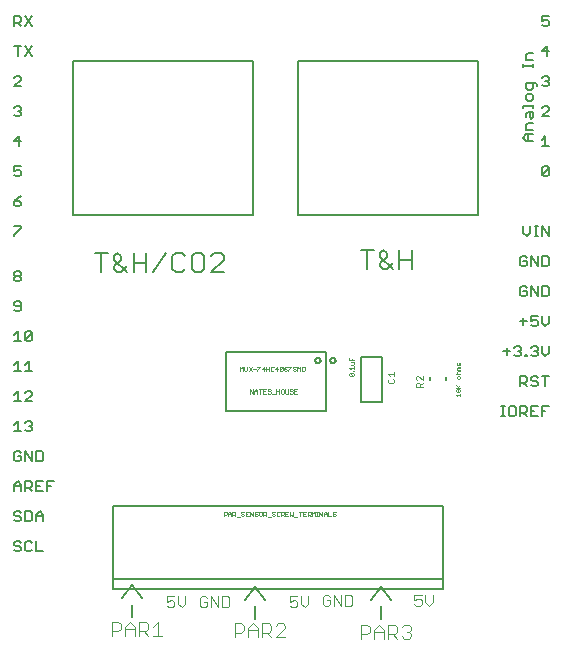
<source format=gto>
G75*
%MOIN*%
%OFA0B0*%
%FSLAX25Y25*%
%IPPOS*%
%LPD*%
%AMOC8*
5,1,8,0,0,1.08239X$1,22.5*
%
%ADD10C,0.00600*%
%ADD11C,0.00400*%
%ADD12C,0.00300*%
%ADD13C,0.00800*%
%ADD14C,0.00200*%
%ADD15C,0.00100*%
D10*
X0062545Y0085269D02*
X0065747Y0089539D01*
X0068950Y0085269D01*
X0065747Y0083094D02*
X0065747Y0078824D01*
X0036185Y0100824D02*
X0033916Y0100824D01*
X0033916Y0104227D01*
X0032502Y0103659D02*
X0031935Y0104227D01*
X0030800Y0104227D01*
X0030233Y0103659D01*
X0030233Y0101391D01*
X0030800Y0100824D01*
X0031935Y0100824D01*
X0032502Y0101391D01*
X0028819Y0101391D02*
X0028819Y0101958D01*
X0028251Y0102525D01*
X0027117Y0102525D01*
X0026550Y0103092D01*
X0026550Y0103659D01*
X0027117Y0104227D01*
X0028251Y0104227D01*
X0028819Y0103659D01*
X0028819Y0101391D02*
X0028251Y0100824D01*
X0027117Y0100824D01*
X0026550Y0101391D01*
X0027117Y0110824D02*
X0026550Y0111391D01*
X0027117Y0110824D02*
X0028251Y0110824D01*
X0028819Y0111391D01*
X0028819Y0111958D01*
X0028251Y0112525D01*
X0027117Y0112525D01*
X0026550Y0113092D01*
X0026550Y0113659D01*
X0027117Y0114227D01*
X0028251Y0114227D01*
X0028819Y0113659D01*
X0030233Y0114227D02*
X0030233Y0110824D01*
X0031935Y0110824D01*
X0032502Y0111391D01*
X0032502Y0113659D01*
X0031935Y0114227D01*
X0030233Y0114227D01*
X0033916Y0113092D02*
X0033916Y0110824D01*
X0033916Y0112525D02*
X0036185Y0112525D01*
X0036185Y0113092D02*
X0036185Y0110824D01*
X0036185Y0113092D02*
X0035051Y0114227D01*
X0033916Y0113092D01*
X0033916Y0120824D02*
X0036185Y0120824D01*
X0037599Y0120824D02*
X0037599Y0124227D01*
X0039868Y0124227D01*
X0038734Y0122525D02*
X0037599Y0122525D01*
X0036185Y0124227D02*
X0033916Y0124227D01*
X0033916Y0120824D01*
X0032502Y0120824D02*
X0031367Y0121958D01*
X0031935Y0121958D02*
X0030233Y0121958D01*
X0030233Y0120824D02*
X0030233Y0124227D01*
X0031935Y0124227D01*
X0032502Y0123659D01*
X0032502Y0122525D01*
X0031935Y0121958D01*
X0033916Y0122525D02*
X0035051Y0122525D01*
X0028819Y0122525D02*
X0026550Y0122525D01*
X0026550Y0123092D02*
X0027684Y0124227D01*
X0028819Y0123092D01*
X0028819Y0120824D01*
X0026550Y0120824D02*
X0026550Y0123092D01*
X0027117Y0130824D02*
X0028251Y0130824D01*
X0028819Y0131391D01*
X0028819Y0132525D01*
X0027684Y0132525D01*
X0026550Y0131391D02*
X0027117Y0130824D01*
X0026550Y0131391D02*
X0026550Y0133659D01*
X0027117Y0134227D01*
X0028251Y0134227D01*
X0028819Y0133659D01*
X0030233Y0134227D02*
X0032502Y0130824D01*
X0032502Y0134227D01*
X0033916Y0134227D02*
X0033916Y0130824D01*
X0035618Y0130824D01*
X0036185Y0131391D01*
X0036185Y0133659D01*
X0035618Y0134227D01*
X0033916Y0134227D01*
X0030233Y0134227D02*
X0030233Y0130824D01*
X0030800Y0140824D02*
X0030233Y0141391D01*
X0030800Y0140824D02*
X0031935Y0140824D01*
X0032502Y0141391D01*
X0032502Y0141958D01*
X0031935Y0142525D01*
X0031367Y0142525D01*
X0031935Y0142525D02*
X0032502Y0143092D01*
X0032502Y0143659D01*
X0031935Y0144227D01*
X0030800Y0144227D01*
X0030233Y0143659D01*
X0028819Y0140824D02*
X0026550Y0140824D01*
X0027684Y0140824D02*
X0027684Y0144227D01*
X0026550Y0143092D01*
X0026550Y0150824D02*
X0028819Y0150824D01*
X0027684Y0150824D02*
X0027684Y0154227D01*
X0026550Y0153092D01*
X0030233Y0153659D02*
X0030800Y0154227D01*
X0031935Y0154227D01*
X0032502Y0153659D01*
X0032502Y0153092D01*
X0030233Y0150824D01*
X0032502Y0150824D01*
X0032502Y0160824D02*
X0030233Y0160824D01*
X0031367Y0160824D02*
X0031367Y0164227D01*
X0030233Y0163092D01*
X0028819Y0160824D02*
X0026550Y0160824D01*
X0027684Y0160824D02*
X0027684Y0164227D01*
X0026550Y0163092D01*
X0026550Y0170824D02*
X0028819Y0170824D01*
X0027684Y0170824D02*
X0027684Y0174227D01*
X0026550Y0173092D01*
X0030233Y0173659D02*
X0030233Y0171391D01*
X0032502Y0173659D01*
X0032502Y0171391D01*
X0031935Y0170824D01*
X0030800Y0170824D01*
X0030233Y0171391D01*
X0030233Y0173659D02*
X0030800Y0174227D01*
X0031935Y0174227D01*
X0032502Y0173659D01*
X0028251Y0180824D02*
X0027117Y0180824D01*
X0026550Y0181391D01*
X0027117Y0182525D02*
X0028819Y0182525D01*
X0028819Y0181391D02*
X0028819Y0183659D01*
X0028251Y0184227D01*
X0027117Y0184227D01*
X0026550Y0183659D01*
X0026550Y0183092D01*
X0027117Y0182525D01*
X0028251Y0180824D02*
X0028819Y0181391D01*
X0028251Y0190824D02*
X0027117Y0190824D01*
X0026550Y0191391D01*
X0026550Y0191958D01*
X0027117Y0192525D01*
X0028251Y0192525D01*
X0028819Y0191958D01*
X0028819Y0191391D01*
X0028251Y0190824D01*
X0028251Y0192525D02*
X0028819Y0193092D01*
X0028819Y0193659D01*
X0028251Y0194227D01*
X0027117Y0194227D01*
X0026550Y0193659D01*
X0026550Y0193092D01*
X0027117Y0192525D01*
X0026550Y0205824D02*
X0026550Y0206391D01*
X0028819Y0208659D01*
X0028819Y0209227D01*
X0026550Y0209227D01*
X0027117Y0215824D02*
X0028251Y0215824D01*
X0028819Y0216391D01*
X0028819Y0216958D01*
X0028251Y0217525D01*
X0026550Y0217525D01*
X0026550Y0216391D01*
X0027117Y0215824D01*
X0026550Y0217525D02*
X0027684Y0218659D01*
X0028819Y0219227D01*
X0028251Y0225824D02*
X0027117Y0225824D01*
X0026550Y0226391D01*
X0026550Y0227525D02*
X0027684Y0228092D01*
X0028251Y0228092D01*
X0028819Y0227525D01*
X0028819Y0226391D01*
X0028251Y0225824D01*
X0026550Y0227525D02*
X0026550Y0229227D01*
X0028819Y0229227D01*
X0028251Y0235824D02*
X0028251Y0239227D01*
X0026550Y0237525D01*
X0028819Y0237525D01*
X0028251Y0245824D02*
X0027117Y0245824D01*
X0026550Y0246391D01*
X0027684Y0247525D02*
X0028251Y0247525D01*
X0028819Y0246958D01*
X0028819Y0246391D01*
X0028251Y0245824D01*
X0028251Y0247525D02*
X0028819Y0248092D01*
X0028819Y0248659D01*
X0028251Y0249227D01*
X0027117Y0249227D01*
X0026550Y0248659D01*
X0026550Y0255824D02*
X0028819Y0258092D01*
X0028819Y0258659D01*
X0028251Y0259227D01*
X0027117Y0259227D01*
X0026550Y0258659D01*
X0026550Y0255824D02*
X0028819Y0255824D01*
X0027684Y0265824D02*
X0027684Y0269227D01*
X0026550Y0269227D02*
X0028819Y0269227D01*
X0030233Y0269227D02*
X0032502Y0265824D01*
X0030233Y0265824D02*
X0032502Y0269227D01*
X0032502Y0275824D02*
X0030233Y0279227D01*
X0028819Y0278659D02*
X0028819Y0277525D01*
X0028251Y0276958D01*
X0026550Y0276958D01*
X0027684Y0276958D02*
X0028819Y0275824D01*
X0030233Y0275824D02*
X0032502Y0279227D01*
X0028819Y0278659D02*
X0028251Y0279227D01*
X0026550Y0279227D01*
X0026550Y0275824D01*
X0053431Y0200229D02*
X0057702Y0200229D01*
X0055567Y0200229D02*
X0055567Y0193824D01*
X0059877Y0194891D02*
X0059877Y0195959D01*
X0062012Y0198094D01*
X0062012Y0199162D01*
X0060945Y0200229D01*
X0059877Y0199162D01*
X0059877Y0198094D01*
X0064147Y0193824D01*
X0064147Y0195959D02*
X0062012Y0193824D01*
X0060945Y0193824D01*
X0059877Y0194891D01*
X0066322Y0193824D02*
X0066322Y0200229D01*
X0066322Y0197026D02*
X0070593Y0197026D01*
X0070593Y0193824D02*
X0070593Y0200229D01*
X0077038Y0200229D02*
X0072768Y0193824D01*
X0079213Y0194891D02*
X0080281Y0193824D01*
X0082416Y0193824D01*
X0083484Y0194891D01*
X0085659Y0194891D02*
X0085659Y0199162D01*
X0086727Y0200229D01*
X0088862Y0200229D01*
X0089929Y0199162D01*
X0089929Y0194891D01*
X0088862Y0193824D01*
X0086727Y0193824D01*
X0085659Y0194891D01*
X0083484Y0199162D02*
X0082416Y0200229D01*
X0080281Y0200229D01*
X0079213Y0199162D01*
X0079213Y0194891D01*
X0092104Y0193824D02*
X0096375Y0198094D01*
X0096375Y0199162D01*
X0095307Y0200229D01*
X0093172Y0200229D01*
X0092104Y0199162D01*
X0092104Y0193824D02*
X0096375Y0193824D01*
X0142050Y0201229D02*
X0146320Y0201229D01*
X0144185Y0201229D02*
X0144185Y0194824D01*
X0148495Y0195891D02*
X0148495Y0196959D01*
X0150631Y0199094D01*
X0150631Y0200162D01*
X0149563Y0201229D01*
X0148495Y0200162D01*
X0148495Y0199094D01*
X0152766Y0194824D01*
X0152766Y0196959D02*
X0150631Y0194824D01*
X0149563Y0194824D01*
X0148495Y0195891D01*
X0154941Y0194824D02*
X0154941Y0201229D01*
X0154941Y0198026D02*
X0159211Y0198026D01*
X0159211Y0194824D02*
X0159211Y0201229D01*
X0189526Y0167525D02*
X0191794Y0167525D01*
X0190660Y0168659D02*
X0190660Y0166391D01*
X0193209Y0166391D02*
X0193776Y0165824D01*
X0194910Y0165824D01*
X0195478Y0166391D01*
X0195478Y0166958D01*
X0194910Y0167525D01*
X0194343Y0167525D01*
X0194910Y0167525D02*
X0195478Y0168092D01*
X0195478Y0168659D01*
X0194910Y0169227D01*
X0193776Y0169227D01*
X0193209Y0168659D01*
X0196892Y0166391D02*
X0197459Y0166391D01*
X0197459Y0165824D01*
X0196892Y0165824D01*
X0196892Y0166391D01*
X0198734Y0166391D02*
X0199301Y0165824D01*
X0200435Y0165824D01*
X0201002Y0166391D01*
X0201002Y0166958D01*
X0200435Y0167525D01*
X0199868Y0167525D01*
X0200435Y0167525D02*
X0201002Y0168092D01*
X0201002Y0168659D01*
X0200435Y0169227D01*
X0199301Y0169227D01*
X0198734Y0168659D01*
X0202417Y0169227D02*
X0202417Y0166958D01*
X0203551Y0165824D01*
X0204685Y0166958D01*
X0204685Y0169227D01*
X0203551Y0175824D02*
X0204685Y0176958D01*
X0204685Y0179227D01*
X0202417Y0179227D02*
X0202417Y0176958D01*
X0203551Y0175824D01*
X0201002Y0176391D02*
X0200435Y0175824D01*
X0199301Y0175824D01*
X0198734Y0176391D01*
X0198734Y0177525D02*
X0199868Y0178092D01*
X0200435Y0178092D01*
X0201002Y0177525D01*
X0201002Y0176391D01*
X0198734Y0177525D02*
X0198734Y0179227D01*
X0201002Y0179227D01*
X0197319Y0177525D02*
X0195051Y0177525D01*
X0196185Y0178659D02*
X0196185Y0176391D01*
X0196752Y0185824D02*
X0197319Y0186391D01*
X0197319Y0187525D01*
X0196185Y0187525D01*
X0197319Y0188659D02*
X0196752Y0189227D01*
X0195618Y0189227D01*
X0195051Y0188659D01*
X0195051Y0186391D01*
X0195618Y0185824D01*
X0196752Y0185824D01*
X0198734Y0185824D02*
X0198734Y0189227D01*
X0201002Y0185824D01*
X0201002Y0189227D01*
X0202417Y0189227D02*
X0202417Y0185824D01*
X0204118Y0185824D01*
X0204685Y0186391D01*
X0204685Y0188659D01*
X0204118Y0189227D01*
X0202417Y0189227D01*
X0202417Y0195824D02*
X0204118Y0195824D01*
X0204685Y0196391D01*
X0204685Y0198659D01*
X0204118Y0199227D01*
X0202417Y0199227D01*
X0202417Y0195824D01*
X0201002Y0195824D02*
X0201002Y0199227D01*
X0198734Y0199227D02*
X0198734Y0195824D01*
X0197319Y0196391D02*
X0197319Y0197525D01*
X0196185Y0197525D01*
X0197319Y0196391D02*
X0196752Y0195824D01*
X0195618Y0195824D01*
X0195051Y0196391D01*
X0195051Y0198659D01*
X0195618Y0199227D01*
X0196752Y0199227D01*
X0197319Y0198659D01*
X0198734Y0199227D02*
X0201002Y0195824D01*
X0201096Y0205824D02*
X0199961Y0205824D01*
X0200529Y0205824D02*
X0200529Y0209227D01*
X0201096Y0209227D02*
X0199961Y0209227D01*
X0198547Y0209227D02*
X0198547Y0206958D01*
X0197413Y0205824D01*
X0196278Y0206958D01*
X0196278Y0209227D01*
X0202417Y0209227D02*
X0202417Y0205824D01*
X0204685Y0205824D02*
X0202417Y0209227D01*
X0204685Y0209227D02*
X0204685Y0205824D01*
X0204118Y0225824D02*
X0202984Y0225824D01*
X0202417Y0226391D01*
X0204685Y0228659D01*
X0204685Y0226391D01*
X0204118Y0225824D01*
X0202417Y0226391D02*
X0202417Y0228659D01*
X0202984Y0229227D01*
X0204118Y0229227D01*
X0204685Y0228659D01*
X0204685Y0235824D02*
X0202417Y0235824D01*
X0203551Y0235824D02*
X0203551Y0239227D01*
X0202417Y0238092D01*
X0199500Y0237631D02*
X0197231Y0237631D01*
X0196097Y0238765D01*
X0197231Y0239899D01*
X0199500Y0239899D01*
X0199500Y0241314D02*
X0197231Y0241314D01*
X0197231Y0243015D01*
X0197799Y0243582D01*
X0199500Y0243582D01*
X0198933Y0244997D02*
X0198366Y0245564D01*
X0198366Y0247266D01*
X0197799Y0247266D02*
X0199500Y0247266D01*
X0199500Y0245564D01*
X0198933Y0244997D01*
X0197231Y0245564D02*
X0197231Y0246698D01*
X0197799Y0247266D01*
X0199500Y0248680D02*
X0199500Y0249814D01*
X0199500Y0249247D02*
X0196097Y0249247D01*
X0196097Y0248680D01*
X0197799Y0251136D02*
X0197231Y0251703D01*
X0197231Y0252837D01*
X0197799Y0253404D01*
X0198933Y0253404D01*
X0199500Y0252837D01*
X0199500Y0251703D01*
X0198933Y0251136D01*
X0197799Y0251136D01*
X0197799Y0254819D02*
X0197231Y0255386D01*
X0197231Y0257087D01*
X0200067Y0257087D01*
X0200634Y0256520D01*
X0200634Y0255953D01*
X0199500Y0255386D02*
X0199500Y0257087D01*
X0199500Y0255386D02*
X0198933Y0254819D01*
X0197799Y0254819D01*
X0202417Y0256391D02*
X0202984Y0255824D01*
X0204118Y0255824D01*
X0204685Y0256391D01*
X0204685Y0256958D01*
X0204118Y0257525D01*
X0203551Y0257525D01*
X0204118Y0257525D02*
X0204685Y0258092D01*
X0204685Y0258659D01*
X0204118Y0259227D01*
X0202984Y0259227D01*
X0202417Y0258659D01*
X0199500Y0262185D02*
X0199500Y0263319D01*
X0199500Y0262752D02*
X0196097Y0262752D01*
X0196097Y0262185D02*
X0196097Y0263319D01*
X0197231Y0264640D02*
X0197231Y0266342D01*
X0197799Y0266909D01*
X0199500Y0266909D01*
X0199500Y0264640D02*
X0197231Y0264640D01*
X0202417Y0267525D02*
X0204685Y0267525D01*
X0204118Y0265824D02*
X0204118Y0269227D01*
X0202417Y0267525D01*
X0202984Y0275824D02*
X0202417Y0276391D01*
X0202984Y0275824D02*
X0204118Y0275824D01*
X0204685Y0276391D01*
X0204685Y0277525D01*
X0204118Y0278092D01*
X0203551Y0278092D01*
X0202417Y0277525D01*
X0202417Y0279227D01*
X0204685Y0279227D01*
X0204118Y0249227D02*
X0202984Y0249227D01*
X0202417Y0248659D01*
X0204118Y0249227D02*
X0204685Y0248659D01*
X0204685Y0248092D01*
X0202417Y0245824D01*
X0204685Y0245824D01*
X0197799Y0239899D02*
X0197799Y0237631D01*
X0196752Y0159227D02*
X0195051Y0159227D01*
X0195051Y0155824D01*
X0195051Y0156958D02*
X0196752Y0156958D01*
X0197319Y0157525D01*
X0197319Y0158659D01*
X0196752Y0159227D01*
X0198734Y0158659D02*
X0198734Y0158092D01*
X0199301Y0157525D01*
X0200435Y0157525D01*
X0201002Y0156958D01*
X0201002Y0156391D01*
X0200435Y0155824D01*
X0199301Y0155824D01*
X0198734Y0156391D01*
X0197319Y0155824D02*
X0196185Y0156958D01*
X0198734Y0158659D02*
X0199301Y0159227D01*
X0200435Y0159227D01*
X0201002Y0158659D01*
X0202417Y0159227D02*
X0204685Y0159227D01*
X0203551Y0159227D02*
X0203551Y0155824D01*
X0202417Y0149227D02*
X0204685Y0149227D01*
X0203551Y0147525D02*
X0202417Y0147525D01*
X0202417Y0145824D02*
X0202417Y0149227D01*
X0201002Y0149227D02*
X0198734Y0149227D01*
X0198734Y0145824D01*
X0201002Y0145824D01*
X0199868Y0147525D02*
X0198734Y0147525D01*
X0197319Y0147525D02*
X0197319Y0148659D01*
X0196752Y0149227D01*
X0195051Y0149227D01*
X0195051Y0145824D01*
X0195051Y0146958D02*
X0196752Y0146958D01*
X0197319Y0147525D01*
X0196185Y0146958D02*
X0197319Y0145824D01*
X0193636Y0146391D02*
X0193636Y0148659D01*
X0193069Y0149227D01*
X0191935Y0149227D01*
X0191367Y0148659D01*
X0191367Y0146391D01*
X0191935Y0145824D01*
X0193069Y0145824D01*
X0193636Y0146391D01*
X0190046Y0145824D02*
X0188912Y0145824D01*
X0189479Y0145824D02*
X0189479Y0149227D01*
X0188912Y0149227D02*
X0190046Y0149227D01*
X0170550Y0158124D02*
X0170550Y0158924D01*
X0164950Y0158924D02*
X0164950Y0158124D01*
X0148747Y0089039D02*
X0151950Y0084769D01*
X0148747Y0082594D02*
X0148747Y0078324D01*
X0145545Y0084769D02*
X0148747Y0089039D01*
X0109950Y0084769D02*
X0106747Y0089039D01*
X0103545Y0084769D01*
X0106747Y0082594D02*
X0106747Y0078324D01*
D11*
X0058950Y0077328D02*
X0058950Y0072724D01*
X0058950Y0074258D02*
X0061252Y0074258D01*
X0062019Y0075026D01*
X0062019Y0076560D01*
X0061252Y0077328D01*
X0058950Y0077328D01*
X0063554Y0075793D02*
X0063554Y0072724D01*
X0063554Y0075026D02*
X0066623Y0075026D01*
X0066623Y0075793D02*
X0066623Y0072724D01*
X0068158Y0072724D02*
X0068158Y0077328D01*
X0070460Y0077328D01*
X0071227Y0076560D01*
X0071227Y0075026D01*
X0070460Y0074258D01*
X0068158Y0074258D01*
X0069692Y0074258D02*
X0071227Y0072724D01*
X0072762Y0072724D02*
X0075831Y0072724D01*
X0074296Y0072724D02*
X0074296Y0077328D01*
X0072762Y0075793D01*
X0066623Y0075793D02*
X0065089Y0077328D01*
X0063554Y0075793D01*
X0099950Y0076828D02*
X0099950Y0072224D01*
X0099950Y0073758D02*
X0102252Y0073758D01*
X0103019Y0074526D01*
X0103019Y0076060D01*
X0102252Y0076828D01*
X0099950Y0076828D01*
X0104554Y0075293D02*
X0104554Y0072224D01*
X0104554Y0074526D02*
X0107623Y0074526D01*
X0107623Y0075293D02*
X0107623Y0072224D01*
X0109158Y0072224D02*
X0109158Y0076828D01*
X0111460Y0076828D01*
X0112227Y0076060D01*
X0112227Y0074526D01*
X0111460Y0073758D01*
X0109158Y0073758D01*
X0110692Y0073758D02*
X0112227Y0072224D01*
X0113762Y0072224D02*
X0116831Y0075293D01*
X0116831Y0076060D01*
X0116064Y0076828D01*
X0114529Y0076828D01*
X0113762Y0076060D01*
X0113762Y0072224D02*
X0116831Y0072224D01*
X0107623Y0075293D02*
X0106089Y0076828D01*
X0104554Y0075293D01*
X0141950Y0076328D02*
X0141950Y0071724D01*
X0141950Y0073258D02*
X0144252Y0073258D01*
X0145019Y0074026D01*
X0145019Y0075560D01*
X0144252Y0076328D01*
X0141950Y0076328D01*
X0146554Y0074793D02*
X0146554Y0071724D01*
X0146554Y0074026D02*
X0149623Y0074026D01*
X0149623Y0074793D02*
X0149623Y0071724D01*
X0151158Y0071724D02*
X0151158Y0076328D01*
X0153460Y0076328D01*
X0154227Y0075560D01*
X0154227Y0074026D01*
X0153460Y0073258D01*
X0151158Y0073258D01*
X0152692Y0073258D02*
X0154227Y0071724D01*
X0155762Y0072491D02*
X0156529Y0071724D01*
X0158064Y0071724D01*
X0158831Y0072491D01*
X0158831Y0073258D01*
X0158064Y0074026D01*
X0157296Y0074026D01*
X0158064Y0074026D02*
X0158831Y0074793D01*
X0158831Y0075560D01*
X0158064Y0076328D01*
X0156529Y0076328D01*
X0155762Y0075560D01*
X0149623Y0074793D02*
X0148089Y0076328D01*
X0146554Y0074793D01*
X0151382Y0156974D02*
X0151048Y0157307D01*
X0151048Y0157974D01*
X0151382Y0158308D01*
X0151716Y0159184D02*
X0151048Y0159851D01*
X0153050Y0159851D01*
X0153050Y0159184D02*
X0153050Y0160518D01*
X0152716Y0158308D02*
X0153050Y0157974D01*
X0153050Y0157307D01*
X0152716Y0156974D01*
X0151382Y0156974D01*
D12*
X0159900Y0086377D02*
X0159900Y0084525D01*
X0161134Y0085142D01*
X0161752Y0085142D01*
X0162369Y0084525D01*
X0162369Y0083291D01*
X0161752Y0082674D01*
X0160517Y0082674D01*
X0159900Y0083291D01*
X0159900Y0086377D02*
X0162369Y0086377D01*
X0163583Y0086377D02*
X0163583Y0083908D01*
X0164818Y0082674D01*
X0166052Y0083908D01*
X0166052Y0086377D01*
X0139235Y0085760D02*
X0139235Y0083291D01*
X0138618Y0082674D01*
X0136766Y0082674D01*
X0136766Y0086377D01*
X0138618Y0086377D01*
X0139235Y0085760D01*
X0135552Y0086377D02*
X0135552Y0082674D01*
X0133083Y0086377D01*
X0133083Y0082674D01*
X0131869Y0083291D02*
X0131869Y0084525D01*
X0130634Y0084525D01*
X0129400Y0083291D02*
X0130017Y0082674D01*
X0131252Y0082674D01*
X0131869Y0083291D01*
X0131869Y0085760D02*
X0131252Y0086377D01*
X0130017Y0086377D01*
X0129400Y0085760D01*
X0129400Y0083291D01*
X0124552Y0083408D02*
X0123318Y0082174D01*
X0122083Y0083408D01*
X0122083Y0085877D01*
X0120869Y0085877D02*
X0118400Y0085877D01*
X0118400Y0084025D01*
X0119634Y0084642D01*
X0120252Y0084642D01*
X0120869Y0084025D01*
X0120869Y0082791D01*
X0120252Y0082174D01*
X0119017Y0082174D01*
X0118400Y0082791D01*
X0124552Y0083408D02*
X0124552Y0085877D01*
X0098235Y0085260D02*
X0098235Y0082791D01*
X0097618Y0082174D01*
X0095766Y0082174D01*
X0095766Y0085877D01*
X0097618Y0085877D01*
X0098235Y0085260D01*
X0094552Y0085877D02*
X0094552Y0082174D01*
X0092083Y0085877D01*
X0092083Y0082174D01*
X0090869Y0082791D02*
X0090869Y0084025D01*
X0089634Y0084025D01*
X0088400Y0085260D02*
X0088400Y0082791D01*
X0089017Y0082174D01*
X0090252Y0082174D01*
X0090869Y0082791D01*
X0090869Y0085260D02*
X0090252Y0085877D01*
X0089017Y0085877D01*
X0088400Y0085260D01*
X0083552Y0085877D02*
X0083552Y0083408D01*
X0082318Y0082174D01*
X0081083Y0083408D01*
X0081083Y0085877D01*
X0079869Y0085877D02*
X0077400Y0085877D01*
X0077400Y0084025D01*
X0078634Y0084642D01*
X0079252Y0084642D01*
X0079869Y0084025D01*
X0079869Y0082791D01*
X0079252Y0082174D01*
X0078017Y0082174D01*
X0077400Y0082791D01*
D13*
X0059360Y0088350D02*
X0059360Y0091500D01*
X0169596Y0091500D01*
X0169596Y0088350D01*
X0059360Y0088350D01*
X0059360Y0091500D02*
X0059360Y0115909D01*
X0169596Y0115909D01*
X0169596Y0091500D01*
X0130482Y0147681D02*
X0130482Y0167366D01*
X0097018Y0167366D01*
X0097018Y0147681D01*
X0130482Y0147681D01*
X0142250Y0150524D02*
X0149250Y0150524D01*
X0149250Y0165524D01*
X0142250Y0165524D01*
X0142250Y0150524D01*
X0131872Y0164524D02*
X0131874Y0164583D01*
X0131880Y0164641D01*
X0131890Y0164699D01*
X0131903Y0164756D01*
X0131921Y0164812D01*
X0131942Y0164867D01*
X0131966Y0164920D01*
X0131995Y0164971D01*
X0132026Y0165021D01*
X0132061Y0165068D01*
X0132099Y0165113D01*
X0132140Y0165155D01*
X0132183Y0165194D01*
X0132229Y0165231D01*
X0132278Y0165264D01*
X0132328Y0165294D01*
X0132380Y0165320D01*
X0132434Y0165343D01*
X0132490Y0165363D01*
X0132546Y0165378D01*
X0132604Y0165390D01*
X0132662Y0165398D01*
X0132721Y0165402D01*
X0132779Y0165402D01*
X0132838Y0165398D01*
X0132896Y0165390D01*
X0132954Y0165378D01*
X0133010Y0165363D01*
X0133066Y0165343D01*
X0133120Y0165320D01*
X0133172Y0165294D01*
X0133222Y0165264D01*
X0133271Y0165231D01*
X0133317Y0165194D01*
X0133360Y0165155D01*
X0133401Y0165113D01*
X0133439Y0165068D01*
X0133474Y0165021D01*
X0133505Y0164971D01*
X0133534Y0164920D01*
X0133558Y0164867D01*
X0133579Y0164812D01*
X0133597Y0164756D01*
X0133610Y0164699D01*
X0133620Y0164641D01*
X0133626Y0164583D01*
X0133628Y0164524D01*
X0133626Y0164465D01*
X0133620Y0164407D01*
X0133610Y0164349D01*
X0133597Y0164292D01*
X0133579Y0164236D01*
X0133558Y0164181D01*
X0133534Y0164128D01*
X0133505Y0164077D01*
X0133474Y0164027D01*
X0133439Y0163980D01*
X0133401Y0163935D01*
X0133360Y0163893D01*
X0133317Y0163854D01*
X0133271Y0163817D01*
X0133222Y0163784D01*
X0133172Y0163754D01*
X0133120Y0163728D01*
X0133066Y0163705D01*
X0133010Y0163685D01*
X0132954Y0163670D01*
X0132896Y0163658D01*
X0132838Y0163650D01*
X0132779Y0163646D01*
X0132721Y0163646D01*
X0132662Y0163650D01*
X0132604Y0163658D01*
X0132546Y0163670D01*
X0132490Y0163685D01*
X0132434Y0163705D01*
X0132380Y0163728D01*
X0132328Y0163754D01*
X0132278Y0163784D01*
X0132229Y0163817D01*
X0132183Y0163854D01*
X0132140Y0163893D01*
X0132099Y0163935D01*
X0132061Y0163980D01*
X0132026Y0164027D01*
X0131995Y0164077D01*
X0131966Y0164128D01*
X0131942Y0164181D01*
X0131921Y0164236D01*
X0131903Y0164292D01*
X0131890Y0164349D01*
X0131880Y0164407D01*
X0131874Y0164465D01*
X0131872Y0164524D01*
X0126872Y0164524D02*
X0126874Y0164583D01*
X0126880Y0164641D01*
X0126890Y0164699D01*
X0126903Y0164756D01*
X0126921Y0164812D01*
X0126942Y0164867D01*
X0126966Y0164920D01*
X0126995Y0164971D01*
X0127026Y0165021D01*
X0127061Y0165068D01*
X0127099Y0165113D01*
X0127140Y0165155D01*
X0127183Y0165194D01*
X0127229Y0165231D01*
X0127278Y0165264D01*
X0127328Y0165294D01*
X0127380Y0165320D01*
X0127434Y0165343D01*
X0127490Y0165363D01*
X0127546Y0165378D01*
X0127604Y0165390D01*
X0127662Y0165398D01*
X0127721Y0165402D01*
X0127779Y0165402D01*
X0127838Y0165398D01*
X0127896Y0165390D01*
X0127954Y0165378D01*
X0128010Y0165363D01*
X0128066Y0165343D01*
X0128120Y0165320D01*
X0128172Y0165294D01*
X0128222Y0165264D01*
X0128271Y0165231D01*
X0128317Y0165194D01*
X0128360Y0165155D01*
X0128401Y0165113D01*
X0128439Y0165068D01*
X0128474Y0165021D01*
X0128505Y0164971D01*
X0128534Y0164920D01*
X0128558Y0164867D01*
X0128579Y0164812D01*
X0128597Y0164756D01*
X0128610Y0164699D01*
X0128620Y0164641D01*
X0128626Y0164583D01*
X0128628Y0164524D01*
X0128626Y0164465D01*
X0128620Y0164407D01*
X0128610Y0164349D01*
X0128597Y0164292D01*
X0128579Y0164236D01*
X0128558Y0164181D01*
X0128534Y0164128D01*
X0128505Y0164077D01*
X0128474Y0164027D01*
X0128439Y0163980D01*
X0128401Y0163935D01*
X0128360Y0163893D01*
X0128317Y0163854D01*
X0128271Y0163817D01*
X0128222Y0163784D01*
X0128172Y0163754D01*
X0128120Y0163728D01*
X0128066Y0163705D01*
X0128010Y0163685D01*
X0127954Y0163670D01*
X0127896Y0163658D01*
X0127838Y0163650D01*
X0127779Y0163646D01*
X0127721Y0163646D01*
X0127662Y0163650D01*
X0127604Y0163658D01*
X0127546Y0163670D01*
X0127490Y0163685D01*
X0127434Y0163705D01*
X0127380Y0163728D01*
X0127328Y0163754D01*
X0127278Y0163784D01*
X0127229Y0163817D01*
X0127183Y0163854D01*
X0127140Y0163893D01*
X0127099Y0163935D01*
X0127061Y0163980D01*
X0127026Y0164027D01*
X0126995Y0164077D01*
X0126966Y0164128D01*
X0126942Y0164181D01*
X0126921Y0164236D01*
X0126903Y0164292D01*
X0126890Y0164349D01*
X0126880Y0164407D01*
X0126874Y0164465D01*
X0126872Y0164524D01*
X0121250Y0213154D02*
X0121250Y0264335D01*
X0181250Y0264335D01*
X0181250Y0213154D01*
X0121250Y0213154D01*
X0106250Y0213154D02*
X0106250Y0264335D01*
X0046250Y0264335D01*
X0046250Y0213154D01*
X0106250Y0213154D01*
D14*
X0138249Y0165465D02*
X0138249Y0164530D01*
X0139650Y0164530D01*
X0139650Y0163991D02*
X0138716Y0163991D01*
X0138949Y0164530D02*
X0138949Y0164997D01*
X0139650Y0163991D02*
X0139650Y0163291D01*
X0139416Y0163057D01*
X0138716Y0163057D01*
X0139650Y0162518D02*
X0139650Y0161584D01*
X0139650Y0162051D02*
X0138249Y0162051D01*
X0138716Y0161584D01*
X0139416Y0161081D02*
X0139650Y0161081D01*
X0139650Y0160847D01*
X0139416Y0160847D01*
X0139416Y0161081D01*
X0139416Y0160308D02*
X0139650Y0160075D01*
X0139650Y0159608D01*
X0139416Y0159374D01*
X0138482Y0160308D01*
X0139416Y0160308D01*
X0138482Y0160308D02*
X0138249Y0160075D01*
X0138249Y0159608D01*
X0138482Y0159374D01*
X0139416Y0159374D01*
X0160448Y0158934D02*
X0160448Y0158200D01*
X0160815Y0157834D01*
X0160815Y0157092D02*
X0161549Y0157092D01*
X0161916Y0156725D01*
X0161916Y0155624D01*
X0161916Y0156358D02*
X0162650Y0157092D01*
X0162650Y0157834D02*
X0161182Y0159301D01*
X0160815Y0159301D01*
X0160448Y0158934D01*
X0160815Y0157092D02*
X0160448Y0156725D01*
X0160448Y0155624D01*
X0162650Y0155624D01*
X0162650Y0157834D02*
X0162650Y0159301D01*
X0173749Y0159890D02*
X0175150Y0159890D01*
X0174916Y0159351D02*
X0174449Y0159351D01*
X0174216Y0159117D01*
X0174216Y0158650D01*
X0174449Y0158417D01*
X0174916Y0158417D01*
X0175150Y0158650D01*
X0175150Y0159117D01*
X0174916Y0159351D01*
X0174449Y0159890D02*
X0174216Y0160123D01*
X0174216Y0160590D01*
X0174449Y0160824D01*
X0175150Y0160824D01*
X0175150Y0161363D02*
X0174216Y0161363D01*
X0174216Y0161597D01*
X0174449Y0161830D01*
X0174216Y0162064D01*
X0174449Y0162297D01*
X0175150Y0162297D01*
X0175150Y0161830D02*
X0174449Y0161830D01*
X0174449Y0162836D02*
X0174216Y0163070D01*
X0174216Y0163771D01*
X0174683Y0163537D02*
X0174683Y0163070D01*
X0174449Y0162836D01*
X0175150Y0162836D02*
X0175150Y0163537D01*
X0174916Y0163771D01*
X0174683Y0163537D01*
X0175150Y0156404D02*
X0174449Y0155704D01*
X0174683Y0155470D02*
X0173749Y0156404D01*
X0173749Y0155470D02*
X0175150Y0155470D01*
X0174916Y0154931D02*
X0175150Y0154697D01*
X0175150Y0154230D01*
X0174916Y0153997D01*
X0173982Y0154931D01*
X0174916Y0154931D01*
X0173982Y0154931D02*
X0173749Y0154697D01*
X0173749Y0154230D01*
X0173982Y0153997D01*
X0174916Y0153997D01*
X0175150Y0153458D02*
X0175150Y0152524D01*
X0175150Y0152991D02*
X0173749Y0152991D01*
X0174216Y0152524D01*
D15*
X0133641Y0113825D02*
X0133391Y0114075D01*
X0132890Y0114075D01*
X0132640Y0113825D01*
X0132640Y0113574D01*
X0132890Y0113324D01*
X0133391Y0113324D01*
X0133641Y0113074D01*
X0133641Y0112824D01*
X0133391Y0112574D01*
X0132890Y0112574D01*
X0132640Y0112824D01*
X0132168Y0112574D02*
X0131167Y0112574D01*
X0131167Y0114075D01*
X0130695Y0113574D02*
X0130695Y0112574D01*
X0130695Y0113324D02*
X0129694Y0113324D01*
X0129694Y0113574D02*
X0130194Y0114075D01*
X0130695Y0113574D01*
X0129694Y0113574D02*
X0129694Y0112574D01*
X0129221Y0112574D02*
X0129221Y0114075D01*
X0128220Y0114075D02*
X0129221Y0112574D01*
X0128220Y0112574D02*
X0128220Y0114075D01*
X0127739Y0114075D02*
X0127238Y0114075D01*
X0127489Y0114075D02*
X0127489Y0112574D01*
X0127739Y0112574D02*
X0127238Y0112574D01*
X0126766Y0112574D02*
X0126766Y0114075D01*
X0126265Y0113574D01*
X0125765Y0114075D01*
X0125765Y0112574D01*
X0125293Y0112574D02*
X0124792Y0113074D01*
X0125042Y0113074D02*
X0124292Y0113074D01*
X0124292Y0112574D02*
X0124292Y0114075D01*
X0125042Y0114075D01*
X0125293Y0113825D01*
X0125293Y0113324D01*
X0125042Y0113074D01*
X0123819Y0112574D02*
X0122819Y0112574D01*
X0122819Y0114075D01*
X0123819Y0114075D01*
X0123319Y0113324D02*
X0122819Y0113324D01*
X0122346Y0114075D02*
X0121345Y0114075D01*
X0121846Y0114075D02*
X0121846Y0112574D01*
X0120873Y0112323D02*
X0119872Y0112323D01*
X0119400Y0112574D02*
X0119400Y0114075D01*
X0118399Y0114075D02*
X0118399Y0112574D01*
X0118899Y0113074D01*
X0119400Y0112574D01*
X0117926Y0112574D02*
X0116926Y0112574D01*
X0116926Y0114075D01*
X0117926Y0114075D01*
X0117426Y0113324D02*
X0116926Y0113324D01*
X0116453Y0113324D02*
X0116203Y0113074D01*
X0115452Y0113074D01*
X0115452Y0112574D02*
X0115452Y0114075D01*
X0116203Y0114075D01*
X0116453Y0113825D01*
X0116453Y0113324D01*
X0115953Y0113074D02*
X0116453Y0112574D01*
X0114980Y0112824D02*
X0114730Y0112574D01*
X0114229Y0112574D01*
X0113979Y0112824D01*
X0113979Y0113825D01*
X0114229Y0114075D01*
X0114730Y0114075D01*
X0114980Y0113825D01*
X0113507Y0113825D02*
X0113256Y0114075D01*
X0112756Y0114075D01*
X0112506Y0113825D01*
X0112506Y0113574D01*
X0112756Y0113324D01*
X0113256Y0113324D01*
X0113507Y0113074D01*
X0113507Y0112824D01*
X0113256Y0112574D01*
X0112756Y0112574D01*
X0112506Y0112824D01*
X0112033Y0112323D02*
X0111033Y0112323D01*
X0110560Y0112574D02*
X0110060Y0113074D01*
X0110310Y0113074D02*
X0109559Y0113074D01*
X0109559Y0112574D02*
X0109559Y0114075D01*
X0110310Y0114075D01*
X0110560Y0113825D01*
X0110560Y0113324D01*
X0110310Y0113074D01*
X0109087Y0112824D02*
X0109087Y0113825D01*
X0108837Y0114075D01*
X0108336Y0114075D01*
X0108086Y0113825D01*
X0108086Y0112824D01*
X0108336Y0112574D01*
X0108837Y0112574D01*
X0109087Y0112824D01*
X0107614Y0112824D02*
X0107363Y0112574D01*
X0106863Y0112574D01*
X0106613Y0112824D01*
X0106140Y0112574D02*
X0106140Y0114075D01*
X0106613Y0113825D02*
X0106613Y0113574D01*
X0106863Y0113324D01*
X0107363Y0113324D01*
X0107614Y0113074D01*
X0107614Y0112824D01*
X0107614Y0113825D02*
X0107363Y0114075D01*
X0106863Y0114075D01*
X0106613Y0113825D01*
X0106140Y0112574D02*
X0105140Y0114075D01*
X0105140Y0112574D01*
X0104667Y0112574D02*
X0103666Y0112574D01*
X0103666Y0114075D01*
X0104667Y0114075D01*
X0104167Y0113324D02*
X0103666Y0113324D01*
X0103194Y0113074D02*
X0103194Y0112824D01*
X0102944Y0112574D01*
X0102443Y0112574D01*
X0102193Y0112824D01*
X0102443Y0113324D02*
X0102193Y0113574D01*
X0102193Y0113825D01*
X0102443Y0114075D01*
X0102944Y0114075D01*
X0103194Y0113825D01*
X0102944Y0113324D02*
X0103194Y0113074D01*
X0102944Y0113324D02*
X0102443Y0113324D01*
X0101721Y0112323D02*
X0100720Y0112323D01*
X0100247Y0112574D02*
X0099747Y0113074D01*
X0099997Y0113074D02*
X0099247Y0113074D01*
X0099247Y0112574D02*
X0099247Y0114075D01*
X0099997Y0114075D01*
X0100247Y0113825D01*
X0100247Y0113324D01*
X0099997Y0113074D01*
X0098774Y0113324D02*
X0097773Y0113324D01*
X0097773Y0113574D02*
X0098274Y0114075D01*
X0098774Y0113574D01*
X0098774Y0112574D01*
X0097773Y0112574D02*
X0097773Y0113574D01*
X0097301Y0113324D02*
X0097051Y0113074D01*
X0096300Y0113074D01*
X0096300Y0112574D02*
X0096300Y0114075D01*
X0097051Y0114075D01*
X0097301Y0113825D01*
X0097301Y0113324D01*
X0105094Y0153474D02*
X0105094Y0154975D01*
X0106095Y0153474D01*
X0106095Y0154975D01*
X0106567Y0154474D02*
X0107068Y0154975D01*
X0107568Y0154474D01*
X0107568Y0153474D01*
X0107568Y0154224D02*
X0106567Y0154224D01*
X0106567Y0154474D02*
X0106567Y0153474D01*
X0108541Y0153474D02*
X0108541Y0154975D01*
X0108041Y0154975D02*
X0109042Y0154975D01*
X0109514Y0154975D02*
X0109514Y0153474D01*
X0110515Y0153474D01*
X0110987Y0153724D02*
X0111237Y0153474D01*
X0111738Y0153474D01*
X0111988Y0153724D01*
X0111988Y0153974D01*
X0111738Y0154224D01*
X0111237Y0154224D01*
X0110987Y0154474D01*
X0110987Y0154725D01*
X0111237Y0154975D01*
X0111738Y0154975D01*
X0111988Y0154725D01*
X0110515Y0154975D02*
X0109514Y0154975D01*
X0109514Y0154224D02*
X0110014Y0154224D01*
X0112460Y0153223D02*
X0113461Y0153223D01*
X0113934Y0153474D02*
X0113934Y0154975D01*
X0113934Y0154224D02*
X0114935Y0154224D01*
X0115407Y0153724D02*
X0115657Y0153474D01*
X0116158Y0153474D01*
X0116408Y0153724D01*
X0116408Y0154725D01*
X0116158Y0154975D01*
X0115657Y0154975D01*
X0115407Y0154725D01*
X0115407Y0153724D01*
X0114935Y0153474D02*
X0114935Y0154975D01*
X0116880Y0154975D02*
X0116880Y0153724D01*
X0117130Y0153474D01*
X0117631Y0153474D01*
X0117881Y0153724D01*
X0117881Y0154975D01*
X0118353Y0154725D02*
X0118353Y0154474D01*
X0118604Y0154224D01*
X0119104Y0154224D01*
X0119354Y0153974D01*
X0119354Y0153724D01*
X0119104Y0153474D01*
X0118604Y0153474D01*
X0118353Y0153724D01*
X0118353Y0154725D02*
X0118604Y0154975D01*
X0119104Y0154975D01*
X0119354Y0154725D01*
X0119827Y0154975D02*
X0119827Y0153474D01*
X0120828Y0153474D01*
X0120327Y0154224D02*
X0119827Y0154224D01*
X0119827Y0154975D02*
X0120828Y0154975D01*
X0120853Y0160974D02*
X0120853Y0162475D01*
X0121354Y0161974D01*
X0121854Y0162475D01*
X0121854Y0160974D01*
X0122327Y0160974D02*
X0123077Y0160974D01*
X0123328Y0161224D01*
X0123328Y0162225D01*
X0123077Y0162475D01*
X0122327Y0162475D01*
X0122327Y0160974D01*
X0120381Y0161224D02*
X0120131Y0160974D01*
X0119630Y0160974D01*
X0119380Y0161224D01*
X0119630Y0161724D02*
X0120131Y0161724D01*
X0120381Y0161474D01*
X0120381Y0161224D01*
X0119630Y0161724D02*
X0119380Y0161974D01*
X0119380Y0162225D01*
X0119630Y0162475D01*
X0120131Y0162475D01*
X0120381Y0162225D01*
X0118908Y0162225D02*
X0117907Y0161224D01*
X0117907Y0160974D01*
X0117434Y0161224D02*
X0117434Y0161474D01*
X0117184Y0161724D01*
X0116434Y0161724D01*
X0116434Y0161224D01*
X0116684Y0160974D01*
X0117184Y0160974D01*
X0117434Y0161224D01*
X0116934Y0162225D02*
X0116434Y0161724D01*
X0115961Y0161224D02*
X0115711Y0160974D01*
X0115211Y0160974D01*
X0114960Y0161224D01*
X0115961Y0162225D01*
X0115961Y0161224D01*
X0114960Y0161224D02*
X0114960Y0162225D01*
X0115211Y0162475D01*
X0115711Y0162475D01*
X0115961Y0162225D01*
X0116934Y0162225D02*
X0117434Y0162475D01*
X0117907Y0162475D02*
X0118908Y0162475D01*
X0118908Y0162225D01*
X0114488Y0161724D02*
X0113487Y0161724D01*
X0114238Y0162475D01*
X0114238Y0160974D01*
X0113015Y0161224D02*
X0112765Y0160974D01*
X0112264Y0160974D01*
X0112014Y0161224D01*
X0112014Y0162225D01*
X0112264Y0162475D01*
X0112765Y0162475D01*
X0113015Y0162225D01*
X0111541Y0162475D02*
X0111541Y0160974D01*
X0111541Y0161724D02*
X0110541Y0161724D01*
X0110068Y0161724D02*
X0109067Y0161724D01*
X0109818Y0162475D01*
X0109818Y0160974D01*
X0110541Y0160974D02*
X0110541Y0162475D01*
X0108595Y0162475D02*
X0108595Y0162225D01*
X0107594Y0161224D01*
X0107594Y0160974D01*
X0107122Y0161724D02*
X0106121Y0161724D01*
X0105648Y0160974D02*
X0104648Y0162475D01*
X0104175Y0162475D02*
X0104175Y0161224D01*
X0103925Y0160974D01*
X0103425Y0160974D01*
X0103174Y0161224D01*
X0103174Y0162475D01*
X0102702Y0162475D02*
X0102702Y0160974D01*
X0101701Y0160974D02*
X0101701Y0162475D01*
X0102202Y0161974D01*
X0102702Y0162475D01*
X0104648Y0160974D02*
X0105648Y0162475D01*
X0107594Y0162475D02*
X0108595Y0162475D01*
M02*

</source>
